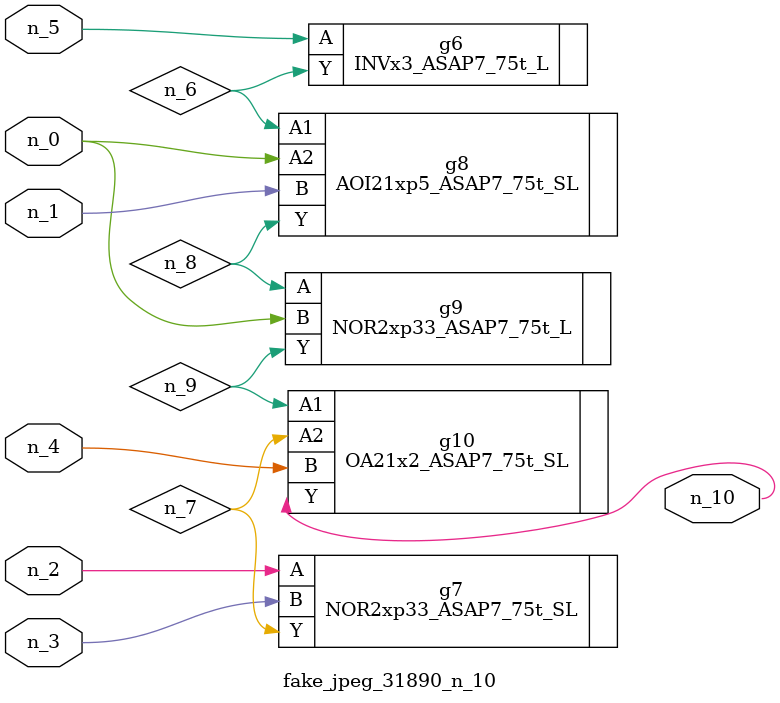
<source format=v>
module fake_jpeg_31890_n_10 (n_3, n_2, n_1, n_0, n_4, n_5, n_10);

input n_3;
input n_2;
input n_1;
input n_0;
input n_4;
input n_5;

output n_10;

wire n_8;
wire n_9;
wire n_6;
wire n_7;

INVx3_ASAP7_75t_L g6 ( 
.A(n_5),
.Y(n_6)
);

NOR2xp33_ASAP7_75t_SL g7 ( 
.A(n_2),
.B(n_3),
.Y(n_7)
);

AOI21xp5_ASAP7_75t_SL g8 ( 
.A1(n_6),
.A2(n_0),
.B(n_1),
.Y(n_8)
);

NOR2xp33_ASAP7_75t_L g9 ( 
.A(n_8),
.B(n_0),
.Y(n_9)
);

OA21x2_ASAP7_75t_SL g10 ( 
.A1(n_9),
.A2(n_7),
.B(n_4),
.Y(n_10)
);


endmodule
</source>
